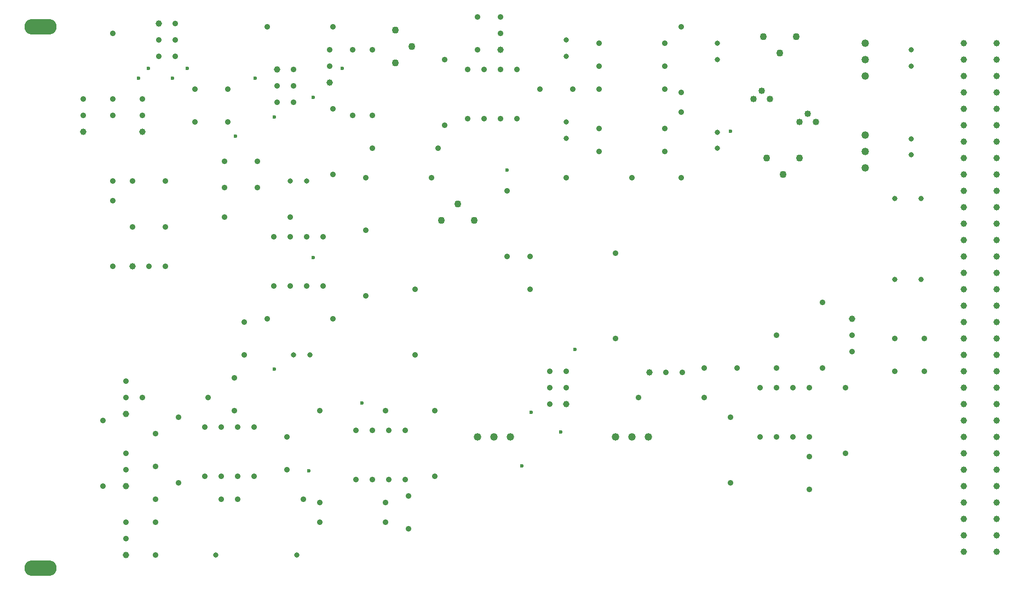
<source format=gbr>
G04 Generated by Ultiboard 10.0 *
%FSLAX25Y25*%
%MOIN*%

%ADD10O,0.19685X0.09449*%
%ADD11C,0.02362*%
%ADD12C,0.03500*%
%ADD13C,0.04000*%
%ADD14C,0.04333*%
%ADD15C,0.03150*%
%ADD16C,0.03543*%
%ADD17C,0.03917*%
%ADD18C,0.04667*%
%ADD19C,0.03937*%


G04 ColorRGB 000000 for the following layer *
%LNBohrung-Copper Top-Copper Bottom*%
%LPD*%
%FSLAX25Y25*%
%MOIN*%
G54D10*
X26000Y32000D03*
X26000Y362000D03*
G54D11*
X96500Y40000D03*
X189165Y91535D03*
X191929Y221457D03*
X168307Y153543D03*
X221646Y132874D03*
X91535Y336614D03*
X85630Y330709D03*
X106299Y330709D03*
X115157Y336614D03*
X191929Y318898D03*
X144685Y295276D03*
X168307Y307087D03*
X156496Y330709D03*
X209646Y336614D03*
X324803Y126969D03*
X318898Y94488D03*
X342520Y115157D03*
X351378Y165354D03*
X310039Y274606D03*
X445866Y298228D03*
G54D12*
X494000Y80000D03*
X494000Y100000D03*
X502000Y154000D03*
X502000Y194000D03*
X254000Y162000D03*
X254000Y202000D03*
X224000Y270000D03*
X264000Y270000D03*
X228000Y288000D03*
X268000Y288000D03*
X250000Y56000D03*
X250000Y76000D03*
X218000Y86000D03*
X218000Y116000D03*
X238000Y86000D03*
X228000Y86000D03*
X248000Y86000D03*
X238000Y116000D03*
X228000Y116000D03*
X248000Y116000D03*
X158000Y264000D03*
X138000Y264000D03*
X82000Y240000D03*
X102000Y240000D03*
X70000Y216000D03*
X70000Y256000D03*
X96000Y74000D03*
X136000Y74000D03*
X126000Y88000D03*
X126000Y118000D03*
X156000Y118000D03*
X156000Y88000D03*
X136000Y88000D03*
X146000Y88000D03*
X136000Y118000D03*
X146000Y118000D03*
X128000Y136000D03*
X88000Y136000D03*
X110000Y124000D03*
X110000Y84000D03*
X78000Y136000D03*
X78000Y146000D03*
X64000Y82000D03*
X64000Y122000D03*
X96000Y60000D03*
X96000Y40000D03*
X78000Y60000D03*
X78000Y50000D03*
X96000Y94000D03*
X96000Y114000D03*
X78000Y92000D03*
X78000Y102000D03*
X92000Y216000D03*
X102000Y216000D03*
X144000Y128000D03*
X144000Y148000D03*
X196000Y128000D03*
X236000Y128000D03*
X186000Y74000D03*
X146000Y74000D03*
X176000Y92000D03*
X176000Y112000D03*
X196000Y60000D03*
X236000Y60000D03*
X196000Y72000D03*
X236000Y72000D03*
X188000Y204000D03*
X188000Y234000D03*
X168000Y204000D03*
X178000Y204000D03*
X168000Y234000D03*
X178000Y234000D03*
X198000Y204000D03*
X198000Y234000D03*
X150000Y162000D03*
X150000Y182000D03*
X224000Y198000D03*
X224000Y238000D03*
X120000Y304000D03*
X120000Y324000D03*
X140000Y304000D03*
X140000Y324000D03*
X52000Y318000D03*
X52000Y308000D03*
X70000Y318000D03*
X70000Y358000D03*
X88000Y318000D03*
X88000Y308000D03*
X82000Y268000D03*
X102000Y268000D03*
X70000Y268000D03*
X70000Y308000D03*
X98000Y344000D03*
X108000Y344000D03*
X108000Y364000D03*
X108000Y354000D03*
X98000Y354000D03*
X164000Y362000D03*
X204000Y362000D03*
X180000Y316000D03*
X170000Y316000D03*
X170000Y326000D03*
X180000Y326000D03*
X180000Y336000D03*
X158000Y280000D03*
X138000Y280000D03*
X228000Y308000D03*
X228000Y348000D03*
X216000Y308000D03*
X216000Y348000D03*
X204000Y312000D03*
X204000Y272000D03*
X202000Y348000D03*
X202000Y338000D03*
X310000Y222000D03*
X310000Y262000D03*
X376000Y172000D03*
X376000Y224000D03*
X266000Y128000D03*
X266000Y88000D03*
X346000Y142000D03*
X346000Y152000D03*
X336000Y142000D03*
X336000Y132000D03*
X336000Y152000D03*
X324000Y222000D03*
X324000Y202000D03*
X446000Y124000D03*
X446000Y84000D03*
X474000Y112000D03*
X464000Y112000D03*
X484000Y112000D03*
X494000Y112000D03*
X474000Y142000D03*
X464000Y142000D03*
X484000Y142000D03*
X494000Y142000D03*
X430000Y154000D03*
X450000Y154000D03*
X474000Y154000D03*
X474000Y174000D03*
X390000Y136000D03*
X430000Y136000D03*
X406708Y151292D03*
X416708Y151292D03*
X346000Y270000D03*
X386000Y270000D03*
X366000Y324000D03*
X406000Y324000D03*
X366000Y352000D03*
X406000Y352000D03*
X366000Y338000D03*
X406000Y338000D03*
X366000Y286000D03*
X406000Y286000D03*
X366000Y300000D03*
X406000Y300000D03*
X316000Y336000D03*
X316000Y306000D03*
X286000Y306000D03*
X296000Y306000D03*
X306000Y306000D03*
X286000Y336000D03*
X296000Y336000D03*
X306000Y336000D03*
X306000Y358000D03*
X306000Y368000D03*
X272000Y302000D03*
X272000Y342000D03*
X292000Y348000D03*
X292000Y368000D03*
X330000Y324000D03*
X350000Y324000D03*
X516000Y102000D03*
X516000Y142000D03*
X564000Y152000D03*
X564000Y172000D03*
X520000Y174000D03*
X520000Y164000D03*
X546000Y152000D03*
X546000Y172000D03*
G54D13*
X488000Y304000D03*
X493000Y309000D03*
X498000Y304000D03*
X470000Y318000D03*
X460000Y318000D03*
X465000Y323000D03*
G54D14*
X252000Y350000D03*
X242000Y340000D03*
X242000Y360000D03*
X280000Y254000D03*
X270000Y244000D03*
X290000Y244000D03*
X468000Y282000D03*
X488000Y282000D03*
X478000Y272000D03*
X476000Y346000D03*
X466000Y356000D03*
X486000Y356000D03*
G54D15*
X187843Y268000D03*
X178000Y268000D03*
X132787Y40000D03*
X182000Y40000D03*
X189843Y162000D03*
X180000Y162000D03*
X346000Y304000D03*
X346000Y294157D03*
X346000Y344157D03*
X346000Y354000D03*
X438000Y342157D03*
X438000Y352000D03*
X438000Y297843D03*
X438000Y288000D03*
X562000Y208000D03*
X562000Y257213D03*
X546000Y208000D03*
X546000Y257213D03*
X556000Y348000D03*
X556000Y338157D03*
X556000Y284000D03*
X556000Y293843D03*
G54D16*
X138000Y246000D03*
X178000Y246000D03*
X164000Y184000D03*
X204000Y184000D03*
X416000Y270000D03*
X416000Y310000D03*
X416000Y322000D03*
X416000Y362000D03*
G54D17*
X78000Y126000D03*
X78000Y40000D03*
X78000Y82000D03*
X82000Y216000D03*
X52000Y298000D03*
X88000Y298000D03*
X98000Y364000D03*
X170000Y336000D03*
X202000Y328000D03*
X346000Y132000D03*
X396708Y151292D03*
X306000Y348000D03*
X520000Y184000D03*
G54D18*
X376000Y112000D03*
X396000Y112000D03*
X386000Y112000D03*
X312000Y112000D03*
X302000Y112000D03*
X292000Y112000D03*
X528000Y286000D03*
X528000Y276000D03*
X528000Y296000D03*
X528000Y342000D03*
X528000Y332000D03*
X528000Y352000D03*
G54D19*
X588000Y252000D03*
X607921Y252000D03*
X588000Y62000D03*
X607921Y62000D03*
X588000Y42000D03*
X588000Y52000D03*
X607921Y42000D03*
X607921Y52000D03*
X588000Y92000D03*
X588000Y72000D03*
X588000Y82000D03*
X588000Y112000D03*
X588000Y102000D03*
X588000Y122000D03*
X607921Y92000D03*
X607921Y72000D03*
X607921Y82000D03*
X607921Y112000D03*
X607921Y102000D03*
X607921Y122000D03*
X588000Y192000D03*
X607921Y192000D03*
X588000Y142000D03*
X588000Y132000D03*
X588000Y152000D03*
X588000Y172000D03*
X588000Y162000D03*
X588000Y182000D03*
X607921Y142000D03*
X607921Y132000D03*
X607921Y152000D03*
X607921Y172000D03*
X607921Y162000D03*
X607921Y182000D03*
X588000Y222000D03*
X588000Y202000D03*
X588000Y212000D03*
X588000Y232000D03*
X588000Y242000D03*
X607921Y222000D03*
X607921Y202000D03*
X607921Y212000D03*
X607921Y232000D03*
X607921Y242000D03*
X588000Y282000D03*
X588000Y262000D03*
X588000Y272000D03*
X588000Y292000D03*
X588000Y312000D03*
X588000Y302000D03*
X607921Y282000D03*
X607921Y262000D03*
X607921Y272000D03*
X607921Y292000D03*
X607921Y312000D03*
X607921Y302000D03*
X588000Y332000D03*
X588000Y322000D03*
X588000Y342000D03*
X588000Y352000D03*
X607921Y332000D03*
X607921Y322000D03*
X607921Y342000D03*
X607921Y352000D03*

M00*

</source>
